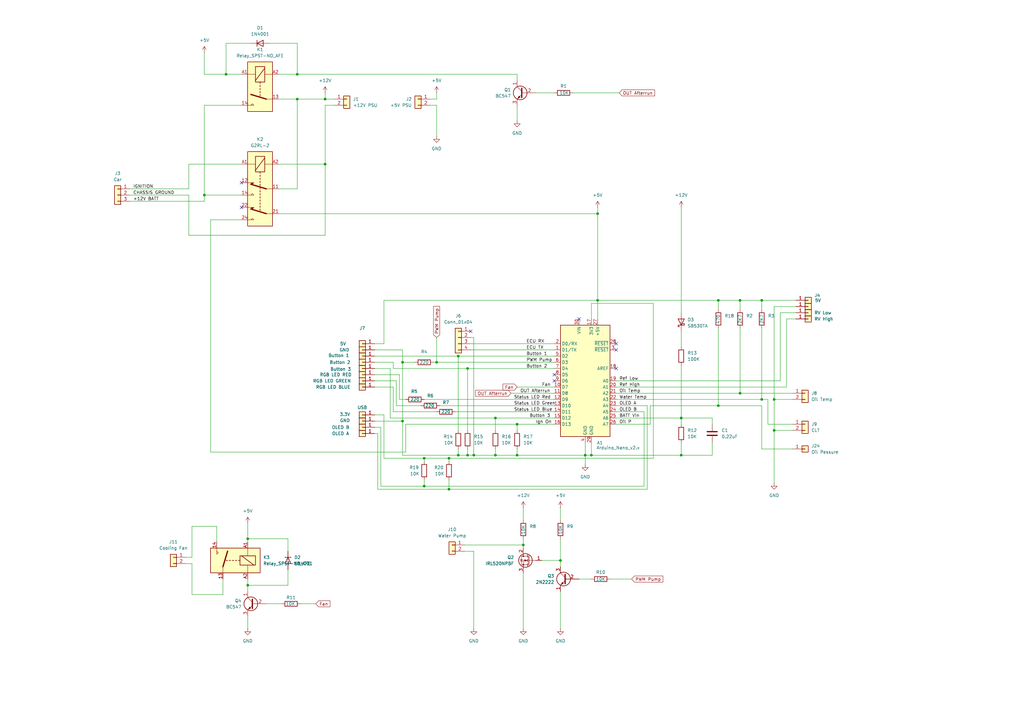
<source format=kicad_sch>
(kicad_sch (version 20250114) (generator "eeschema") (generator_version "9.0")
  (paper "A3")
  (lib_symbols
    (symbol "Connector_Generic:Conn_01x01" (pin_names (offset 1.016) (hide yes))
      (property "Reference" "J" (at 0 2.54 0))
      (property "Value" "Conn_01x01" (at 0 -2.54 0))
      (symbol "Conn_01x01_1_1"
        (pin passive line (at -5.08 0 0) (length 3.81) (name "Pin_1") (number "1"))
      )
    )
    (symbol "Connector_Generic:Conn_01x02" (pin_names (offset 1.016) (hide yes))
      (property "Reference" "J" (at 0 2.54 0))
      (property "Value" "Conn_01x02" (at 0 -5.08 0))
      (symbol "Conn_01x02_1_1"
        (pin passive line (at -5.08 0 0) (length 3.81) (name "Pin_1") (number "1"))
        (pin passive line (at -5.08 -2.54 0) (length 3.81) (name "Pin_2") (number "2"))
      )
    )
    (symbol "Connector_Generic:Conn_01x03" (pin_names (offset 1.016) (hide yes))
      (property "Reference" "J" (at 0 5.08 0))
      (property "Value" "Conn_01x03" (at 0 -5.08 0))
      (symbol "Conn_01x03_1_1"
        (pin passive line (at -5.08 2.54 0) (length 3.81) (name "Pin_1") (number "1"))
        (pin passive line (at -5.08 0 0) (length 3.81) (name "Pin_2") (number "2"))
        (pin passive line (at -5.08 -2.54 0) (length 3.81) (name "Pin_3") (number "3"))
      )
    )
    (symbol "Connector_Generic:Conn_01x04" (pin_names (offset 1.016) (hide yes))
      (property "Reference" "J" (at 0 5.08 0))
      (property "Value" "Conn_01x04" (at 0 -7.62 0))
      (symbol "Conn_01x04_1_1"
        (pin passive line (at -5.08 2.54 0) (length 3.81) (name "Pin_1") (number "1"))
        (pin passive line (at -5.08 0 0) (length 3.81) (name "Pin_2") (number "2"))
        (pin passive line (at -5.08 -2.54 0) (length 3.81) (name "Pin_3") (number "3"))
        (pin passive line (at -5.08 -5.08 0) (length 3.81) (name "Pin_4") (number "4"))
      )
    )
    (symbol "Device:C" (pin_numbers (hide yes)) (pin_names (offset 0.254))
      (property "Reference" "C" (at 0.635 2.54 0))
      (property "Value" "C" (at 0.635 -2.54 0))
      (symbol "C_1_1"
        (pin passive line (at 0 3.81 270) (length 2.794) (name "~") (number "1"))
        (pin passive line (at 0 -3.81 90) (length 2.794) (name "~") (number "2"))
      )
    )
    (symbol "Device:R" (pin_numbers (hide yes)) (pin_names (offset 0))
      (property "Reference" "R" (at 2.032 0 90))
      (property "Value" "R" (at 0 0 90))
      (symbol "R_1_1"
        (pin passive line (at 0 3.81 270) (length 1.27) (name "~") (number "1"))
        (pin passive line (at 0 -3.81 90) (length 1.27) (name "~") (number "2"))
      )
    )
    (symbol "Diode:1N4001" (pin_numbers (hide yes)) (pin_names (hide yes))
      (property "Reference" "D" (at 0 2.54 0))
      (property "Value" "1N4001" (at 0 -2.54 0))
      (symbol "1N4001_1_1"
        (pin passive line (at -3.81 0 0) (length 2.54) (name "K") (number "1"))
        (pin passive line (at 3.81 0 180) (length 2.54) (name "A") (number "2"))
      )
    )
    (symbol "Diode:SB5H90" (pin_numbers (hide yes)) (pin_names (offset 1.016) (hide yes))
      (property "Reference" "D" (at 0 2.54 0))
      (property "Value" "SB5H90" (at 0 -2.54 0))
      (symbol "SB5H90_1_1"
        (pin passive line (at -3.81 0 0) (length 2.54) (name "K") (number "1"))
        (pin passive line (at 3.81 0 180) (length 2.54) (name "A") (number "2"))
      )
    )
    (symbol "MCU_Module:Arduino_Nano_v2.x"
      (property "Reference" "A" (at -10.16 23.495 0))
      (property "Value" "Arduino_Nano_v2.x" (at 5.08 -24.13 0))
      (symbol "Arduino_Nano_v2.x_1_1"
        (pin bidirectional line (at -12.7 15.24 0) (length 2.54) (name "D0/RX") (number "2"))
        (pin bidirectional line (at -12.7 12.7 0) (length 2.54) (name "D1/TX") (number "1"))
        (pin bidirectional line (at -12.7 10.16 0) (length 2.54) (name "D2") (number "5"))
        (pin bidirectional line (at -12.7 7.62 0) (length 2.54) (name "D3") (number "6"))
        (pin bidirectional line (at -12.7 5.08 0) (length 2.54) (name "D4") (number "7"))
        (pin bidirectional line (at -12.7 2.54 0) (length 2.54) (name "D5") (number "8"))
        (pin bidirectional line (at -12.7 0 0) (length 2.54) (name "D6") (number "9"))
        (pin bidirectional line (at -12.7 -2.54 0) (length 2.54) (name "D7") (number "10"))
        (pin bidirectional line (at -12.7 -5.08 0) (length 2.54) (name "D8") (number "11"))
        (pin bidirectional line (at -12.7 -7.62 0) (length 2.54) (name "D9") (number "12"))
        (pin bidirectional line (at -12.7 -10.16 0) (length 2.54) (name "D10") (number "13"))
        (pin bidirectional line (at -12.7 -12.7 0) (length 2.54) (name "D11") (number "14"))
        (pin bidirectional line (at -12.7 -15.24 0) (length 2.54) (name "D12") (number "15"))
        (pin bidirectional line (at -12.7 -17.78 0) (length 2.54) (name "D13") (number "16"))
        (pin power_in line (at -2.54 25.4 270) (length 2.54) (name "VIN") (number "30"))
        (pin power_in line (at 0 -25.4 90) (length 2.54) (name "GND") (number "4"))
        (pin power_out line (at 2.54 25.4 270) (length 2.54) (name "3V3") (number "17"))
        (pin power_in line (at 2.54 -25.4 90) (length 2.54) (name "GND") (number "29"))
        (pin power_out line (at 5.08 25.4 270) (length 2.54) (name "+5V") (number "27"))
        (pin input line (at 12.7 15.24 180) (length 2.54) (name "~{RESET}") (number "28"))
        (pin input line (at 12.7 12.7 180) (length 2.54) (name "~{RESET}") (number "3"))
        (pin input line (at 12.7 5.08 180) (length 2.54) (name "AREF") (number "18"))
        (pin bidirectional line (at 12.7 0 180) (length 2.54) (name "A0") (number "19"))
        (pin bidirectional line (at 12.7 -2.54 180) (length 2.54) (name "A1") (number "20"))
        (pin bidirectional line (at 12.7 -5.08 180) (length 2.54) (name "A2") (number "21"))
        (pin bidirectional line (at 12.7 -7.62 180) (length 2.54) (name "A3") (number "22"))
        (pin bidirectional line (at 12.7 -10.16 180) (length 2.54) (name "A4") (number "23"))
        (pin bidirectional line (at 12.7 -12.7 180) (length 2.54) (name "A5") (number "24"))
        (pin bidirectional line (at 12.7 -15.24 180) (length 2.54) (name "A6") (number "25"))
        (pin bidirectional line (at 12.7 -17.78 180) (length 2.54) (name "A7") (number "26"))
      )
    )
    (symbol "Relay:G2RL-2"
      (property "Reference" "K" (at 16.51 3.81 0))
      (property "Value" "G2RL-2" (at 16.51 1.27 0))
      (symbol "G2RL-2_1_1"
        (pin passive line (at -10.16 7.62 270) (length 2.54) (name "~") (number "A1"))
        (pin passive line (at -10.16 -7.62 90) (length 2.54) (name "~") (number "A2"))
        (pin passive line (at -2.54 7.62 270) (length 2.54) (name "~") (number "12"))
        (pin passive line (at 0 -7.62 90) (length 2.54) (name "~") (number "11"))
        (pin passive line (at 2.54 7.62 270) (length 2.54) (name "~") (number "14"))
        (pin passive line (at 7.62 7.62 270) (length 2.54) (name "~") (number "22"))
        (pin passive line (at 10.16 -7.62 90) (length 2.54) (name "~") (number "21"))
        (pin passive line (at 12.7 7.62 270) (length 2.54) (name "~") (number "24"))
      )
    )
    (symbol "THT_Relay_Custom:Relay_SPST-NO_AFE"
      (property "Reference" "K" (at 11.43 3.81 0))
      (property "Value" "Relay_SPST-NO_AFE" (at 11.43 1.27 0))
      (symbol "Relay_SPST-NO_AFE_1_1"
        (pin passive line (at -5.08 7.62 270) (length 2.54) (name "~") (number "A1"))
        (pin passive line (at -5.08 -7.62 90) (length 2.54) (name "~") (number "A2"))
        (pin passive line (at 5.08 -7.62 90) (length 2.54) (name "~") (number "13"))
        (pin passive line (at 7.62 7.62 270) (length 2.54) (name "~") (number "14"))
      )
    )
    (symbol "Transistor_BJT:2N2219" (pin_names (offset 0) (hide yes))
      (property "Reference" "Q" (at 5.08 1.905 0))
      (property "Value" "2N2219" (at 5.08 0 0))
      (symbol "2N2219_1_1"
        (pin passive line (at -5.08 0 0) (length 5.715) (name "B") (number "2"))
        (pin passive line (at 2.54 5.08 270) (length 2.54) (name "C") (number "3"))
        (pin passive line (at 2.54 -5.08 90) (length 2.54) (name "E") (number "1"))
      )
    )
    (symbol "Transistor_BJT:BC547" (pin_names (offset 0) (hide yes))
      (property "Reference" "Q" (at 5.08 1.905 0))
      (property "Value" "BC547" (at 5.08 0 0))
      (symbol "BC547_1_1"
        (pin input line (at -5.08 0 0) (length 5.08) (name "B") (number "2"))
        (pin passive line (at 2.54 5.08 270) (length 2.54) (name "C") (number "1"))
        (pin passive line (at 2.54 -5.08 90) (length 2.54) (name "E") (number "3"))
      )
    )
    (symbol "Transistor_FET:IRLB8721PBF" (pin_names (hide yes))
      (property "Reference" "Q" (at 5.08 1.905 0))
      (property "Value" "IRLB8721PBF" (at 5.08 0 0))
      (symbol "IRLB8721PBF_1_1"
        (pin input line (at -5.08 0 0) (length 2.54) (name "G") (number "1"))
        (pin passive line (at 2.54 5.08 270) (length 2.54) (name "D") (number "2"))
        (pin passive line (at 2.54 -5.08 90) (length 2.54) (name "S") (number "3"))
      )
    )
    (symbol "power:+12V" (power) (pin_numbers (hide yes)) (pin_names (offset 0) (hide yes))
      (property "Value" "+12V" (at 0 3.556 0))
      (symbol "+12V_1_1"
        (pin power_in line (at 0 0 90) (length 0) (name "~") (number "1"))
      )
    )
    (symbol "power:+5V" (power) (pin_numbers (hide yes)) (pin_names (offset 0) (hide yes))
      (property "Value" "+5V" (at 0 3.556 0))
      (symbol "+5V_1_1"
        (pin power_in line (at 0 0 90) (length 0) (name "~") (number "1"))
      )
    )
    (symbol "power:GND" (power) (pin_numbers (hide yes)) (pin_names (offset 0) (hide yes))
      (property "Value" "GND" (at 0 -3.81 0))
      (symbol "GND_1_1"
        (pin power_in line (at 0 0 270) (length 0) (name "~") (number "1"))
      )
    )
  )
  (junction (at 294.64 123.19))
  (junction (at 101.6 220.98))
  (junction (at 165.1 148.59))
  (junction (at 242.57 186.69))
  (junction (at 212.09 186.69))
  (junction (at 203.2 186.69))
  (junction (at 214.63 223.52))
  (junction (at 121.92 30.48))
  (junction (at 191.77 151.13))
  (junction (at 133.35 67.31))
  (junction (at 184.15 187.96))
  (junction (at 294.64 166.37))
  (junction (at 173.99 187.96))
  (junction (at 245.11 87.63))
  (junction (at 229.87 229.87))
  (junction (at 194.31 186.69))
  (junction (at 191.77 186.69))
  (junction (at 245.11 123.19))
  (junction (at 121.92 40.64))
  (junction (at 187.96 146.05))
  (junction (at 187.96 186.69))
  (junction (at 279.4 186.69))
  (junction (at 312.42 163.83))
  (junction (at 173.99 199.39))
  (junction (at 165.1 172.72))
  (junction (at 179.07 148.59))
  (junction (at 203.2 171.45))
  (junction (at 317.5 176.53))
  (junction (at 303.53 123.19))
  (junction (at 317.5 163.83))
  (junction (at 303.53 161.29))
  (junction (at 240.03 186.69))
  (junction (at 133.35 40.64))
  (junction (at 212.09 173.99))
  (junction (at 92.71 30.48))
  (junction (at 312.42 123.19))
  (junction (at 101.6 240.03))
  (junction (at 83.82 80.01))
  (junction (at 279.4 171.45))
  (junction (at 184.15 200.66))
  (no_connect (at 252.73 140.97))
  (no_connect (at 252.73 151.13))
  (no_connect (at 99.06 74.93))
  (no_connect (at 252.73 143.51))
  (no_connect (at 237.49 130.81))
  (no_connect (at 99.06 85.09))
  (no_connect (at 227.33 153.67))
  (no_connect (at 193.04 135.89))
  (no_connect (at 227.33 156.21))
  (wire (pts (xy 227.33 168.91) (xy 186.69 168.91)))
  (wire (pts (xy 250.19 237.49) (xy 259.08 237.49)))
  (wire (pts (xy 326.39 123.19) (xy 312.42 123.19)))
  (wire (pts (xy 267.97 187.96) (xy 267.97 124.46)))
  (wire (pts (xy 322.58 158.75) (xy 322.58 130.81)))
  (wire (pts (xy 137.16 43.18) (xy 133.35 43.18)))
  (wire (pts (xy 153.67 170.18) (xy 157.48 170.18)))
  (wire (pts (xy 160.02 171.45) (xy 160.02 151.13)))
  (wire (pts (xy 133.35 38.1) (xy 133.35 40.64)))
  (wire (pts (xy 83.82 30.48) (xy 92.71 30.48)))
  (wire (pts (xy 92.71 30.48) (xy 99.06 30.48)))
  (wire (pts (xy 303.53 123.19) (xy 303.53 127)))
  (wire (pts (xy 53.34 77.47) (xy 77.47 77.47)))
  (wire (pts (xy 153.67 177.8) (xy 154.94 177.8)))
  (wire (pts (xy 184.15 196.85) (xy 184.15 200.66)))
  (wire (pts (xy 161.29 151.13) (xy 191.77 151.13)))
  (wire (pts (xy 114.3 77.47) (xy 121.92 77.47)))
  (wire (pts (xy 294.64 123.19) (xy 245.11 123.19)))
  (wire (pts (xy 227.33 163.83) (xy 173.99 163.83)))
  (wire (pts (xy 252.73 161.29) (xy 303.53 161.29)))
  (wire (pts (xy 212.09 30.48) (xy 121.92 30.48)))
  (wire (pts (xy 118.11 226.06) (xy 118.11 220.98)))
  (wire (pts (xy 78.74 228.6) (xy 78.74 215.9)))
  (wire (pts (xy 240.03 186.69) (xy 242.57 186.69)))
  (wire (pts (xy 212.09 173.99) (xy 227.33 173.99)))
  (wire (pts (xy 191.77 184.15) (xy 191.77 186.69)))
  (wire (pts (xy 83.82 80.01) (xy 83.82 82.55)))
  (wire (pts (xy 101.6 214.63) (xy 101.6 220.98)))
  (wire (pts (xy 252.73 173.99) (xy 266.7 173.99)))
  (wire (pts (xy 252.73 171.45) (xy 279.4 171.45)))
  (wire (pts (xy 212.09 43.18) (xy 212.09 49.53)))
  (wire (pts (xy 187.96 186.69) (xy 191.77 186.69)))
  (wire (pts (xy 179.07 148.59) (xy 177.8 148.59)))
  (wire (pts (xy 245.11 85.09) (xy 245.11 87.63)))
  (wire (pts (xy 214.63 223.52) (xy 214.63 224.79)))
  (wire (pts (xy 294.64 123.19) (xy 294.64 127)))
  (wire (pts (xy 76.2 228.6) (xy 78.74 228.6)))
  (wire (pts (xy 153.67 153.67) (xy 163.83 153.67)))
  (wire (pts (xy 88.9 215.9) (xy 88.9 222.25)))
  (wire (pts (xy 279.4 186.69) (xy 242.57 186.69)))
  (wire (pts (xy 91.44 243.84) (xy 91.44 237.49)))
  (wire (pts (xy 173.99 187.96) (xy 173.99 189.23)))
  (wire (pts (xy 133.35 67.31) (xy 133.35 96.52)))
  (wire (pts (xy 279.4 149.86) (xy 279.4 171.45)))
  (wire (pts (xy 76.2 231.14) (xy 78.74 231.14)))
  (wire (pts (xy 83.82 43.18) (xy 99.06 43.18)))
  (wire (pts (xy 161.29 168.91) (xy 161.29 158.75)))
  (wire (pts (xy 320.04 128.27) (xy 326.39 128.27)))
  (wire (pts (xy 279.4 181.61) (xy 279.4 186.69)))
  (wire (pts (xy 121.92 30.48) (xy 114.3 30.48)))
  (wire (pts (xy 163.83 163.83) (xy 163.83 153.67)))
  (wire (pts (xy 317.5 125.73) (xy 317.5 163.83)))
  (wire (pts (xy 266.7 173.99) (xy 266.7 166.37)))
  (wire (pts (xy 153.67 140.97) (xy 157.48 140.97)))
  (wire (pts (xy 121.92 17.78) (xy 121.92 30.48)))
  (wire (pts (xy 312.42 123.19) (xy 303.53 123.19)))
  (wire (pts (xy 157.48 170.18) (xy 157.48 187.96)))
  (wire (pts (xy 279.4 135.89) (xy 279.4 142.24)))
  (wire (pts (xy 194.31 138.43) (xy 194.31 186.69)))
  (wire (pts (xy 187.96 184.15) (xy 187.96 186.69)))
  (wire (pts (xy 162.56 166.37) (xy 172.72 166.37)))
  (wire (pts (xy 77.47 80.01) (xy 77.47 96.52)))
  (wire (pts (xy 179.07 43.18) (xy 179.07 55.88)))
  (wire (pts (xy 118.11 240.03) (xy 101.6 240.03)))
  (wire (pts (xy 173.99 199.39) (xy 156.21 199.39)))
  (wire (pts (xy 86.36 90.17) (xy 99.06 90.17)))
  (wire (pts (xy 176.53 43.18) (xy 179.07 43.18)))
  (wire (pts (xy 166.37 185.42) (xy 86.36 185.42)))
  (wire (pts (xy 194.31 186.69) (xy 203.2 186.69)))
  (wire (pts (xy 83.82 80.01) (xy 83.82 43.18)))
  (wire (pts (xy 240.03 186.69) (xy 240.03 190.5)))
  (wire (pts (xy 190.5 226.06) (xy 194.31 226.06)))
  (wire (pts (xy 312.42 163.83) (xy 314.96 163.83)))
  (wire (pts (xy 229.87 220.98) (xy 229.87 229.87)))
  (wire (pts (xy 179.07 148.59) (xy 227.33 148.59)))
  (wire (pts (xy 157.48 123.19) (xy 245.11 123.19)))
  (wire (pts (xy 212.09 173.99) (xy 166.37 173.99)))
  (wire (pts (xy 163.83 163.83) (xy 166.37 163.83)))
  (wire (pts (xy 279.4 85.09) (xy 279.4 128.27)))
  (wire (pts (xy 317.5 176.53) (xy 325.12 176.53)))
  (wire (pts (xy 133.35 96.52) (xy 77.47 96.52)))
  (wire (pts (xy 194.31 226.06) (xy 194.31 257.81)))
  (wire (pts (xy 234.95 38.1) (xy 254 38.1)))
  (wire (pts (xy 118.11 220.98) (xy 101.6 220.98)))
  (wire (pts (xy 214.63 234.95) (xy 214.63 257.81)))
  (wire (pts (xy 165.1 143.51) (xy 165.1 148.59)))
  (wire (pts (xy 109.22 247.65) (xy 115.57 247.65)))
  (wire (pts (xy 153.67 151.13) (xy 160.02 151.13)))
  (wire (pts (xy 179.07 138.43) (xy 179.07 148.59)))
  (wire (pts (xy 265.43 166.37) (xy 265.43 200.66)))
  (wire (pts (xy 77.47 67.31) (xy 99.06 67.31)))
  (wire (pts (xy 176.53 40.64) (xy 179.07 40.64)))
  (wire (pts (xy 279.4 171.45) (xy 292.1 171.45)))
  (wire (pts (xy 173.99 199.39) (xy 173.99 196.85)))
  (wire (pts (xy 229.87 229.87) (xy 229.87 232.41)))
  (wire (pts (xy 161.29 151.13) (xy 161.29 148.59)))
  (wire (pts (xy 101.6 220.98) (xy 101.6 222.25)))
  (wire (pts (xy 121.92 77.47) (xy 121.92 40.64)))
  (wire (pts (xy 153.67 148.59) (xy 161.29 148.59)))
  (wire (pts (xy 162.56 166.37) (xy 162.56 156.21)))
  (wire (pts (xy 229.87 208.28) (xy 229.87 213.36)))
  (wire (pts (xy 252.73 158.75) (xy 322.58 158.75)))
  (wire (pts (xy 187.96 146.05) (xy 227.33 146.05)))
  (wire (pts (xy 203.2 171.45) (xy 203.2 176.53)))
  (wire (pts (xy 266.7 166.37) (xy 294.64 166.37)))
  (wire (pts (xy 212.09 184.15) (xy 212.09 186.69)))
  (wire (pts (xy 187.96 146.05) (xy 187.96 176.53)))
  (wire (pts (xy 312.42 123.19) (xy 312.42 127)))
  (wire (pts (xy 212.09 33.02) (xy 212.09 30.48)))
  (wire (pts (xy 101.6 237.49) (xy 101.6 240.03)))
  (wire (pts (xy 214.63 220.98) (xy 214.63 223.52)))
  (wire (pts (xy 212.09 173.99) (xy 212.09 176.53)))
  (wire (pts (xy 110.49 17.78) (xy 121.92 17.78)))
  (wire (pts (xy 292.1 186.69) (xy 279.4 186.69)))
  (wire (pts (xy 101.6 252.73) (xy 101.6 257.81)))
  (wire (pts (xy 114.3 67.31) (xy 133.35 67.31)))
  (wire (pts (xy 314.96 173.99) (xy 325.12 173.99)))
  (wire (pts (xy 165.1 186.69) (xy 187.96 186.69)))
  (wire (pts (xy 78.74 231.14) (xy 78.74 243.84)))
  (wire (pts (xy 294.64 166.37) (xy 312.42 166.37)))
  (wire (pts (xy 156.21 199.39) (xy 156.21 175.26)))
  (wire (pts (xy 191.77 151.13) (xy 227.33 151.13)))
  (wire (pts (xy 227.33 166.37) (xy 180.34 166.37)))
  (wire (pts (xy 156.21 175.26) (xy 153.67 175.26)))
  (wire (pts (xy 153.67 158.75) (xy 161.29 158.75)))
  (wire (pts (xy 312.42 184.15) (xy 325.12 184.15)))
  (wire (pts (xy 294.64 166.37) (xy 294.64 134.62)))
  (wire (pts (xy 179.07 38.1) (xy 179.07 40.64)))
  (wire (pts (xy 212.09 186.69) (xy 240.03 186.69)))
  (wire (pts (xy 303.53 161.29) (xy 325.12 161.29)))
  (wire (pts (xy 184.15 187.96) (xy 184.15 189.23)))
  (wire (pts (xy 86.36 90.17) (xy 86.36 185.42)))
  (wire (pts (xy 153.67 143.51) (xy 165.1 143.51)))
  (wire (pts (xy 173.99 187.96) (xy 184.15 187.96)))
  (wire (pts (xy 214.63 208.28) (xy 214.63 213.36)))
  (wire (pts (xy 203.2 184.15) (xy 203.2 186.69)))
  (wire (pts (xy 78.74 215.9) (xy 88.9 215.9)))
  (wire (pts (xy 317.5 163.83) (xy 317.5 176.53)))
  (wire (pts (xy 83.82 80.01) (xy 99.06 80.01)))
  (wire (pts (xy 53.34 82.55) (xy 83.82 82.55)))
  (wire (pts (xy 160.02 171.45) (xy 203.2 171.45)))
  (wire (pts (xy 203.2 171.45) (xy 227.33 171.45)))
  (wire (pts (xy 102.87 17.78) (xy 92.71 17.78)))
  (wire (pts (xy 303.53 123.19) (xy 294.64 123.19)))
  (wire (pts (xy 157.48 187.96) (xy 173.99 187.96)))
  (wire (pts (xy 317.5 176.53) (xy 317.5 198.12)))
  (wire (pts (xy 252.73 168.91) (xy 264.16 168.91)))
  (wire (pts (xy 252.73 163.83) (xy 312.42 163.83)))
  (wire (pts (xy 121.92 40.64) (xy 133.35 40.64)))
  (wire (pts (xy 279.4 171.45) (xy 279.4 173.99)))
  (wire (pts (xy 317.5 163.83) (xy 325.12 163.83)))
  (wire (pts (xy 237.49 237.49) (xy 242.57 237.49)))
  (wire (pts (xy 242.57 181.61) (xy 242.57 186.69)))
  (wire (pts (xy 184.15 187.96) (xy 267.97 187.96)))
  (wire (pts (xy 53.34 80.01) (xy 77.47 80.01)))
  (wire (pts (xy 229.87 242.57) (xy 229.87 257.81)))
  (wire (pts (xy 114.3 87.63) (xy 245.11 87.63)))
  (wire (pts (xy 292.1 171.45) (xy 292.1 173.99)))
  (wire (pts (xy 133.35 40.64) (xy 137.16 40.64)))
  (wire (pts (xy 314.96 163.83) (xy 314.96 173.99)))
  (wire (pts (xy 193.04 140.97) (xy 227.33 140.97)))
  (wire (pts (xy 77.47 67.31) (xy 77.47 77.47)))
  (wire (pts (xy 83.82 21.59) (xy 83.82 30.48)))
  (wire (pts (xy 264.16 199.39) (xy 173.99 199.39)))
  (wire (pts (xy 153.67 146.05) (xy 187.96 146.05)))
  (wire (pts (xy 267.97 124.46) (xy 242.57 124.46)))
  (wire (pts (xy 154.94 200.66) (xy 154.94 177.8)))
  (wire (pts (xy 242.57 124.46) (xy 242.57 130.81)))
  (wire (pts (xy 252.73 156.21) (xy 320.04 156.21)))
  (wire (pts (xy 203.2 186.69) (xy 212.09 186.69)))
  (wire (pts (xy 252.73 166.37) (xy 265.43 166.37)))
  (wire (pts (xy 193.04 138.43) (xy 194.31 138.43)))
  (wire (pts (xy 157.48 140.97) (xy 157.48 123.19)))
  (wire (pts (xy 101.6 240.03) (xy 101.6 242.57)))
  (wire (pts (xy 153.67 172.72) (xy 165.1 172.72)))
  (wire (pts (xy 133.35 43.18) (xy 133.35 67.31)))
  (wire (pts (xy 78.74 243.84) (xy 91.44 243.84)))
  (wire (pts (xy 245.11 87.63) (xy 245.11 123.19)))
  (wire (pts (xy 123.19 247.65) (xy 129.54 247.65)))
  (wire (pts (xy 193.04 143.51) (xy 227.33 143.51)))
  (wire (pts (xy 166.37 173.99) (xy 166.37 185.42)))
  (wire (pts (xy 320.04 156.21) (xy 320.04 128.27)))
  (wire (pts (xy 121.92 40.64) (xy 114.3 40.64)))
  (wire (pts (xy 153.67 156.21) (xy 162.56 156.21)))
  (wire (pts (xy 245.11 123.19) (xy 245.11 130.81)))
  (wire (pts (xy 191.77 186.69) (xy 194.31 186.69)))
  (wire (pts (xy 227.33 161.29) (xy 209.55 161.29)))
  (wire (pts (xy 118.11 233.68) (xy 118.11 240.03)))
  (wire (pts (xy 191.77 151.13) (xy 191.77 176.53)))
  (wire (pts (xy 165.1 148.59) (xy 165.1 172.72)))
  (wire (pts (xy 165.1 148.59) (xy 170.18 148.59)))
  (wire (pts (xy 190.5 223.52) (xy 214.63 223.52)))
  (wire (pts (xy 92.71 17.78) (xy 92.71 30.48)))
  (wire (pts (xy 165.1 172.72) (xy 165.1 186.69)))
  (wire (pts (xy 161.29 168.91) (xy 179.07 168.91)))
  (wire (pts (xy 219.71 38.1) (xy 227.33 38.1)))
  (wire (pts (xy 312.42 134.62) (xy 312.42 163.83)))
  (wire (pts (xy 322.58 130.81) (xy 326.39 130.81)))
  (wire (pts (xy 292.1 181.61) (xy 292.1 186.69)))
  (wire (pts (xy 265.43 200.66) (xy 184.15 200.66)))
  (wire (pts (xy 240.03 181.61) (xy 240.03 186.69)))
  (wire (pts (xy 264.16 168.91) (xy 264.16 199.39)))
  (wire (pts (xy 212.09 158.75) (xy 227.33 158.75)))
  (wire (pts (xy 317.5 125.73) (xy 326.39 125.73)))
  (wire (pts (xy 303.53 134.62) (xy 303.53 161.29)))
  (wire (pts (xy 222.25 229.87) (xy 229.87 229.87)))
  (wire (pts (xy 312.42 166.37) (xy 312.42 184.15)))
  (wire (pts (xy 184.15 200.66) (xy 154.94 200.66)))
  (label "Ign On" (at 219.71 173.99 0))
  (label "CHASSIS GROUND" (at 54.61 80.01 0))
  (label "Status LED Blue" (at 210.82 168.91 0))
  (label "Ref Low" (at 254 156.21 0))
  (label "Button 1" (at 215.9 146.05 0))
  (label "Oil P" (at 254 173.99 0))
  (label "OLED B" (at 254 168.91 0))
  (label "Status LED Green" (at 210.82 166.37 0))
  (label "Oil Temp" (at 254 161.29 0))
  (label "Button 2" (at 215.9 151.13 0))
  (label "ECU TX" (at 215.9 143.51 0))
  (label "Button 3" (at 217.17 171.45 0))
  (label "Ref High" (at 254 158.75 0))
  (label "PWM Pump" (at 215.9 148.59 0))
  (label "BATT Vin" (at 254 171.45 0))
  (label "ECU RX" (at 215.9 140.97 0))
  (label "Fan" (at 222.25 158.75 0))
  (label "Status LED Red" (at 210.82 163.83 0))
  (label "OUT Afterrun" (at 213.36 161.29 0))
  (label "IGNITION" (at 54.61 77.47 0))
  (label "OLED A" (at 254 166.37 0))
  (label "Water Temp" (at 254 163.83 0))
  (label "+12V BATT" (at 54.61 82.55 0))
  (global_label "Fan" (shape input) (at 212.09 158.75 180) (property "Intersheetrefs" "${INTERSHEET_REFS}" (effects (hide yes))))
  (global_label "Fan" (shape input) (at 129.54 247.65 0) (property "Intersheetrefs" "${INTERSHEET_REFS}" (effects (hide yes))))
  (global_label "PWM Pump" (shape input) (at 179.07 138.43 90) (property "Intersheetrefs" "${INTERSHEET_REFS}" (effects (hide yes))))
  (global_label "OUT Afterrun" (shape input) (at 209.55 161.29 180) (property "Intersheetrefs" "${INTERSHEET_REFS}" (effects (hide yes))))
  (global_label "PWM Pump" (shape input) (at 259.08 237.49 0) (property "Intersheetrefs" "${INTERSHEET_REFS}" (effects (hide yes))))
  (global_label "OUT Afterrun" (shape input) (at 254 38.1 0) (property "Intersheetrefs" "${INTERSHEET_REFS}" (effects (hide yes))))
  (symbol (lib_id "Connector_Generic:Conn_01x01") (at 148.59 148.59 180) (unit 1)
    (property "Reference" "J16" (effects (hide yes)))
    (property "Value" "Button 2" (at 139.446 148.59 0))
    (property "Footprint" "TestPoint:TestPoint_Loop_D2.60mm_Drill1.4mm_Beaded" (effects (hide yes)))
    (property "Description" "Generic connector, single row, 01x01, script generated (kicad-library-utils/schlib/autogen/connector/)" (effects (hide yes)))
  )
  (symbol (lib_id "Transistor_BJT:BC547") (at 104.14 247.65 0) (mirror y) (unit 1)
    (property "Reference" "Q4" (at 99.06 246.3799 0) (effects (justify left)))
    (property "Value" "BC547" (at 99.06 248.9199 0) (effects (justify left)))
    (property "Footprint" "Package_TO_SOT_THT:TO-92_Inline" (effects (hide yes)))
    (property "Datasheet" "https://www.onsemi.com/pub/Collateral/BC550-D.pdf" (effects (hide yes)))
    (property "Description" "0.1A Ic, 45V Vce, Small Signal NPN Transistor, TO-92" (effects (hide yes)))
  )
  (symbol (lib_id "Device:R") (at 170.18 163.83 90) (unit 1)
    (property "Reference" "R5" (at 169.926 160.528 90))
    (property "Value" "220" (at 170.18 163.83 90))
    (property "Footprint" "Resistor_THT:R_Axial_DIN0204_L3.6mm_D1.6mm_P5.08mm_Horizontal" (effects (hide yes)))
    (property "Description" "Resistor" (effects (hide yes)))
  )
  (symbol (lib_id "Connector_Generic:Conn_01x01") (at 148.59 140.97 180) (unit 1)
    (property "Reference" "J7" (at 148.59 134.62 0))
    (property "Value" "5V" (at 140.716 140.97 0))
    (property "Footprint" "TestPoint:TestPoint_Loop_D2.60mm_Drill1.4mm_Beaded" (effects (hide yes)))
    (property "Description" "Generic connector, single row, 01x01, script generated (kicad-library-utils/schlib/autogen/connector/)" (effects (hide yes)))
  )
  (symbol (lib_id "Connector_Generic:Conn_01x01") (at 148.59 143.51 180) (unit 1)
    (property "Reference" "J14" (effects (hide yes)))
    (property "Value" "GND" (at 141.224 143.51 0))
    (property "Footprint" "TestPoint:TestPoint_Loop_D2.60mm_Drill1.4mm_Beaded" (effects (hide yes)))
    (property "Description" "Generic connector, single row, 01x01, script generated (kicad-library-utils/schlib/autogen/connector/)" (effects (hide yes)))
  )
  (symbol (lib_id "Connector_Generic:Conn_01x01") (at 148.59 146.05 180) (unit 1)
    (property "Reference" "J15" (effects (hide yes)))
    (property "Value" "Button 1" (at 138.938 145.796 0))
    (property "Footprint" "TestPoint:TestPoint_Loop_D2.60mm_Drill1.4mm_Beaded" (effects (hide yes)))
    (property "Description" "Generic connector, single row, 01x01, script generated (kicad-library-utils/schlib/autogen/connector/)" (effects (hide yes)))
  )
  (symbol (lib_id "Connector_Generic:Conn_01x01") (at 331.47 128.27 0) (unit 1)
    (property "Reference" "J12" (effects (hide yes)))
    (property "Value" "RV Low" (at 334.01 128.2699 0) (effects (justify left)))
    (property "Footprint" "TestPoint:TestPoint_Loop_D2.60mm_Drill1.4mm_Beaded" (effects (hide yes)))
    (property "Description" "Generic connector, single row, 01x01, script generated (kicad-library-utils/schlib/autogen/connector/)" (effects (hide yes)))
  )
  (symbol (lib_id "power:GND") (at 212.09 49.53 0) (unit 1)
    (property "Reference" "#PWR05" (effects (hide yes)))
    (property "Value" "GND" (at 212.09 54.61 0))
    (property "Description" "Power symbol creates a global label with name \"GND\" , ground" (effects (hide yes)))
  )
  (symbol (lib_id "Connector_Generic:Conn_01x01") (at 331.47 130.81 0) (unit 1)
    (property "Reference" "J13" (effects (hide yes)))
    (property "Value" "RV High" (at 334.01 130.8099 0) (effects (justify left)))
    (property "Footprint" "TestPoint:TestPoint_Loop_D2.60mm_Drill1.4mm_Beaded" (effects (hide yes)))
    (property "Description" "Generic connector, single row, 01x01, script generated (kicad-library-utils/schlib/autogen/connector/)" (effects (hide yes)))
  )
  (symbol (lib_id "Device:R") (at 294.64 130.81 180) (unit 1)
    (property "Reference" "R18" (at 297.18 129.5399 0) (effects (justify right)))
    (property "Value" "470" (at 294.64 132.842 90) (effects (justify right)))
    (property "Footprint" "Resistor_THT:R_Axial_DIN0204_L3.6mm_D1.6mm_P5.08mm_Horizontal" (effects (hide yes)))
    (property "Description" "Resistor" (effects (hide yes)))
  )
  (symbol (lib_id "power:+5V") (at 83.82 21.59 0) (unit 1)
    (property "Reference" "#PWR01" (effects (hide yes)))
    (property "Value" "+5V" (at 83.82 16.51 0))
    (property "Description" "Power symbol creates a global label with name \"+5V\"" (effects (hide yes)))
  )
  (symbol (lib_id "power:+12V") (at 214.63 208.28 0) (unit 1)
    (property "Reference" "#PWR09" (effects (hide yes)))
    (property "Value" "+12V" (at 214.63 203.2 0))
    (property "Description" "Power symbol creates a global label with name \"+12V\"" (effects (hide yes)))
  )
  (symbol (lib_id "Device:R") (at 191.77 180.34 0) (unit 1)
    (property "Reference" "R15" (at 194.31 179.0699 0) (effects (justify left)))
    (property "Value" "10K" (at 194.31 181.6099 0) (effects (justify left)))
    (property "Footprint" "Resistor_THT:R_Axial_DIN0204_L3.6mm_D1.6mm_P5.08mm_Horizontal" (effects (hide yes)))
    (property "Description" "Resistor" (effects (hide yes)))
  )
  (symbol (lib_id "Connector_Generic:Conn_01x01") (at 331.47 125.73 0) (unit 1)
    (property "Reference" "J5" (effects (hide yes)))
    (property "Value" "GND" (effects (hide yes)))
    (property "Footprint" "TestPoint:TestPoint_Loop_D2.60mm_Drill1.4mm_Beaded" (effects (hide yes)))
    (property "Description" "Generic connector, single row, 01x01, script generated (kicad-library-utils/schlib/autogen/connector/)" (effects (hide yes)))
  )
  (symbol (lib_id "Connector_Generic:Conn_01x01") (at 148.59 177.8 180) (unit 1)
    (property "Reference" "J23" (effects (hide yes)))
    (property "Value" "OLED A" (at 139.7 177.8 0))
    (property "Footprint" "TestPoint:TestPoint_Loop_D2.60mm_Drill1.4mm_Beaded" (effects (hide yes)))
    (property "Description" "Generic connector, single row, 01x01, script generated (kicad-library-utils/schlib/autogen/connector/)" (effects (hide yes)))
  )
  (symbol (lib_id "Connector_Generic:Conn_01x01") (at 148.59 170.18 180) (unit 1)
    (property "Reference" "USB" (at 148.59 167.132 0))
    (property "Value" "3.3V" (at 141.478 169.926 0))
    (property "Footprint" "TestPoint:TestPoint_Loop_D2.60mm_Drill1.4mm_Beaded" (effects (hide yes)))
    (property "Description" "Generic connector, single row, 01x01, script generated (kicad-library-utils/schlib/autogen/connector/)" (effects (hide yes)))
  )
  (symbol (lib_id "Diode:SB5H90") (at 279.4 132.08 90) (unit 1)
    (property "Reference" "D3" (at 281.94 131.1274 90) (effects (justify right)))
    (property "Value" "SB530TA" (at 281.94 133.6674 90) (effects (justify right)))
    (property "Footprint" "Diode_THT:D_DO-201AD_P15.24mm_Horizontal" (effects (hide yes)))
    (property "Datasheet" "https://www.vishay.com/docs/88722/sb5h90.pdf" (effects (hide yes)))
    (property "Description" "90V 5A Schottky Barrier Rectifier Diode, DO-201AD" (effects (hide yes)))
  )
  (symbol (lib_id "Connector_Generic:Conn_01x02") (at 71.12 228.6 0) (mirror y) (unit 1)
    (property "Reference" "J11" (at 71.12 222.25 0))
    (property "Value" "Cooling Fan" (at 71.12 224.79 0))
    (property "Footprint" "Connector_JST:JST_NV_B02P-NV_1x02_P5.00mm_Vertical" (effects (hide yes)))
    (property "Description" "Generic connector, single row, 01x02, script generated (kicad-library-utils/schlib/autogen/connector/)" (effects (hide yes)))
  )
  (symbol (lib_id "power:+5V") (at 101.6 214.63 0) (unit 1)
    (property "Reference" "#PWR011" (effects (hide yes)))
    (property "Value" "+5V" (at 101.6 209.55 0))
    (property "Description" "Power symbol creates a global label with name \"+5V\"" (effects (hide yes)))
  )
  (symbol (lib_id "Device:R") (at 176.53 166.37 90) (unit 1)
    (property "Reference" "R6" (at 176.53 162.306 90))
    (property "Value" "220" (at 176.276 166.37 90))
    (property "Footprint" "Resistor_THT:R_Axial_DIN0204_L3.6mm_D1.6mm_P5.08mm_Horizontal" (effects (hide yes)))
    (property "Description" "Resistor" (effects (hide yes)))
  )
  (symbol (lib_id "Device:R") (at 173.99 193.04 0) (unit 1)
    (property "Reference" "R19" (at 167.894 191.77 0) (effects (justify left)))
    (property "Value" "10K" (at 168.148 194.31 0) (effects (justify left)))
    (property "Footprint" "Resistor_THT:R_Axial_DIN0204_L3.6mm_D1.6mm_P5.08mm_Horizontal" (effects (hide yes)))
    (property "Description" "Resistor" (effects (hide yes)))
  )
  (symbol (lib_id "Device:R") (at 182.88 168.91 90) (unit 1)
    (property "Reference" "R7" (at 182.88 165.1 90))
    (property "Value" "220" (at 182.88 168.91 90))
    (property "Footprint" "Resistor_THT:R_Axial_DIN0204_L3.6mm_D1.6mm_P5.08mm_Horizontal" (effects (hide yes)))
    (property "Description" "Resistor" (effects (hide yes)))
  )
  (symbol (lib_id "Relay:G2RL-2") (at 106.68 77.47 90) (mirror x) (unit 1)
    (property "Reference" "K2" (at 106.68 57.15 90))
    (property "Value" "G2RL-2" (at 106.68 59.69 90))
    (property "Footprint" "Relay_THT:Relay_DPDT_Omron_G2RL-2" (effects (hide yes)))
    (property "Datasheet" "https://omronfs.omron.com/en_US/ecb/products/pdf/en-g2rl.pdf" (effects (hide yes)))
    (property "Description" "General Purpose Low Profile Relay DPDT Through Hole, Omron G2RL series, 8A 250VAC" (effects (hide yes)))
  )
  (symbol (lib_id "Device:R") (at 173.99 148.59 90) (unit 1)
    (property "Reference" "R4" (at 173.99 144.272 90))
    (property "Value" "220" (at 173.99 148.59 90))
    (property "Footprint" "Resistor_THT:R_Axial_DIN0204_L3.6mm_D1.6mm_P5.08mm_Horizontal" (effects (hide yes)))
    (property "Description" "Resistor" (effects (hide yes)))
  )
  (symbol (lib_id "Transistor_BJT:BC547") (at 214.63 38.1 0) (mirror y) (unit 1)
    (property "Reference" "Q1" (at 209.55 36.8299 0) (effects (justify left)))
    (property "Value" "BC547" (at 209.55 39.3699 0) (effects (justify left)))
    (property "Footprint" "Package_TO_SOT_THT:TO-92_Inline" (effects (hide yes)))
    (property "Datasheet" "https://www.onsemi.com/pub/Collateral/BC550-D.pdf" (effects (hide yes)))
    (property "Description" "0.1A Ic, 45V Vce, Small Signal NPN Transistor, TO-92" (effects (hide yes)))
  )
  (symbol (lib_id "power:GND") (at 317.5 198.12 0) (unit 1)
    (property "Reference" "#PWR08" (effects (hide yes)))
    (property "Value" "GND" (at 317.5 203.2 0))
    (property "Description" "Power symbol creates a global label with name \"GND\" , ground" (effects (hide yes)))
  )
  (symbol (lib_id "power:GND") (at 194.31 257.81 0) (unit 1)
    (property "Reference" "#PWR013" (effects (hide yes)))
    (property "Value" "GND" (at 194.31 262.89 0))
    (property "Description" "Power symbol creates a global label with name \"GND\" , ground" (effects (hide yes)))
  )
  (symbol (lib_id "Connector_Generic:Conn_01x01") (at 148.59 156.21 180) (unit 1)
    (property "Reference" "J19" (effects (hide yes)))
    (property "Value" "RGB LED GREEN" (at 136.144 156.21 0))
    (property "Footprint" "TestPoint:TestPoint_Loop_D2.60mm_Drill1.4mm_Beaded" (effects (hide yes)))
    (property "Description" "Generic connector, single row, 01x01, script generated (kicad-library-utils/schlib/autogen/connector/)" (effects (hide yes)))
  )
  (symbol (lib_id "Connector_Generic:Conn_01x01") (at 148.59 158.75 180) (unit 1)
    (property "Reference" "J20" (effects (hide yes)))
    (property "Value" "RGB LED BLUE" (at 136.652 158.75 0))
    (property "Footprint" "TestPoint:TestPoint_Loop_D2.60mm_Drill1.4mm_Beaded" (effects (hide yes)))
    (property "Description" "Generic connector, single row, 01x01, script generated (kicad-library-utils/schlib/autogen/connector/)" (effects (hide yes)))
  )
  (symbol (lib_id "Device:C") (at 292.1 177.8 0) (unit 1)
    (property "Reference" "C1" (at 295.91 176.5299 0) (effects (justify left)))
    (property "Value" "0.22uF" (at 295.91 179.0699 0) (effects (justify left)))
    (property "Footprint" "Capacitor_THT:C_Rect_L4.6mm_W4.6mm_P2.50mm_MKS02_FKP02" (effects (hide yes)))
    (property "Description" "Unpolarized capacitor" (effects (hide yes)))
  )
  (symbol (lib_id "Transistor_FET:IRLB8721PBF") (at 217.17 229.87 0) (mirror y) (unit 1)
    (property "Reference" "Q2" (at 210.82 228.5999 0) (effects (justify left)))
    (property "Value" "IRL520NPBF" (at 210.82 231.1399 0) (effects (justify left)))
    (property "Footprint" "Package_TO_SOT_THT:TO-220-3_Vertical" (effects (hide yes)))
    (property "Datasheet" "http://www.infineon.com/dgdl/irlb8721pbf.pdf?fileId=5546d462533600a40153566056732591" (effects (hide yes)))
    (property "Description" "62A Id, 30V Vds, 8.7 mOhm Rds, N-Channel HEXFET Power MOSFET, TO-220" (effects (hide yes)))
  )
  (symbol (lib_id "THT_Relay_Custom:Relay_SPST-NO_AFE") (at 106.68 35.56 90) (mirror x) (unit 1)
    (property "Reference" "K1" (at 106.68 20.32 90))
    (property "Value" "Relay_SPST-NO_AFE" (at 106.68 22.86 90))
    (property "Footprint" "THT_Relay:Relay_SPST_Zettler-AZSR131" (effects (hide yes)))
    (property "Description" "Relay SPST, Normally Open, EN50005" (effects (hide yes)))
  )
  (symbol (lib_id "Diode:1N4001") (at 106.68 17.78 0) (unit 1)
    (property "Reference" "D1" (at 106.68 11.43 0))
    (property "Value" "1N4001" (at 106.68 13.97 0))
    (property "Footprint" "Diode_THT:D_DO-41_SOD81_P10.16mm_Horizontal" (effects (hide yes)))
    (property "Datasheet" "http://www.vishay.com/docs/88503/1n4001.pdf" (effects (hide yes)))
    (property "Description" "50V 1A General Purpose Rectifier Diode, DO-41" (effects (hide yes)))
    (property "Sim.Device" "D" (effects (hide yes)))
    (property "Sim.Pins" "1=K 2=A" (effects (hide yes)))
  )
  (symbol (lib_id "power:+5V") (at 229.87 208.28 0) (unit 1)
    (property "Reference" "#PWR010" (effects (hide yes)))
    (property "Value" "+5V" (at 229.87 203.2 0))
    (property "Description" "Power symbol creates a global label with name \"+5V\"" (effects (hide yes)))
  )
  (symbol (lib_id "Device:R") (at 119.38 247.65 90) (unit 1)
    (property "Reference" "R11" (at 119.38 245.11 90))
    (property "Value" "10K" (at 119.126 247.65 90))
    (property "Footprint" "Resistor_THT:R_Axial_DIN0204_L3.6mm_D1.6mm_P5.08mm_Horizontal" (effects (hide yes)))
    (property "Description" "Resistor" (effects (hide yes)))
  )
  (symbol (lib_id "Connector_Generic:Conn_01x02") (at 171.45 40.64 0) (mirror y) (unit 1)
    (property "Reference" "J2" (at 168.91 40.6399 0) (effects (justify left)))
    (property "Value" "+5V PSU" (at 168.91 43.1799 0) (effects (justify left)))
    (property "Footprint" "Connector_JST:JST_NV_B02P-NV_1x02_P5.00mm_Vertical" (effects (hide yes)))
    (property "Description" "Generic connector, single row, 01x02, script generated (kicad-library-utils/schlib/autogen/connector/)" (effects (hide yes)))
  )
  (symbol (lib_id "Connector_Generic:Conn_01x01") (at 331.47 123.19 0) (unit 1)
    (property "Reference" "J4" (at 334.01 121.158 0) (effects (justify left)))
    (property "Value" "5V" (at 334.264 123.19 0) (effects (justify left)))
    (property "Footprint" "TestPoint:TestPoint_Loop_D2.60mm_Drill1.4mm_Beaded" (effects (hide yes)))
    (property "Description" "Generic connector, single row, 01x01, script generated (kicad-library-utils/schlib/autogen/connector/)" (effects (hide yes)))
  )
  (symbol (lib_id "Connector_Generic:Conn_01x01") (at 330.2 184.15 0) (unit 1)
    (property "Reference" "J24" (at 332.74 182.8799 0) (effects (justify left)))
    (property "Value" "Oil Pessure" (at 332.74 185.4199 0) (effects (justify left)))
    (property "Description" "Generic connector, single row, 01x01, script generated (kicad-library-utils/schlib/autogen/connector/)" (effects (hide yes)))
  )
  (symbol (lib_id "Connector_Generic:Conn_01x02") (at 142.24 40.64 0) (unit 1)
    (property "Reference" "J1" (at 144.78 40.6399 0) (effects (justify left)))
    (property "Value" "+12V PSU" (at 144.78 43.1799 0) (effects (justify left)))
    (property "Footprint" "Connector_JST:JST_NV_B02P-NV_1x02_P5.00mm_Vertical" (effects (hide yes)))
    (property "Description" "Generic connector, single row, 01x02, script generated (kicad-library-utils/schlib/autogen/connector/)" (effects (hide yes)))
  )
  (symbol (lib_id "Transistor_BJT:2N2219") (at 232.41 237.49 0) (mirror y) (unit 1)
    (property "Reference" "Q3" (at 227.33 236.2199 0) (effects (justify left)))
    (property "Value" "2N2222" (at 227.33 238.7599 0) (effects (justify left)))
    (property "Footprint" "Package_TO_SOT_THT:TO-39-3" (effects (hide yes)))
    (property "Datasheet" "http://www.onsemi.com/pub_link/Collateral/2N2219-D.PDF" (effects (hide yes)))
    (property "Description" "800mA Ic, 50V Vce, NPN Transistor, TO-39" (effects (hide yes)))
  )
  (symbol (lib_id "Device:R") (at 184.15 193.04 0) (unit 1)
    (property "Reference" "R20" (at 178.054 191.77 0) (effects (justify left)))
    (property "Value" "10K" (at 178.308 194.31 0) (effects (justify left)))
    (property "Footprint" "Resistor_THT:R_Axial_DIN0204_L3.6mm_D1.6mm_P5.08mm_Horizontal" (effects (hide yes)))
    (property "Description" "Resistor" (effects (hide yes)))
  )
  (symbol (lib_id "Connector_Generic:Conn_01x01") (at 148.59 172.72 180) (unit 1)
    (property "Reference" "J21" (effects (hide yes)))
    (property "Value" "GND" (at 141.478 172.466 0))
    (property "Footprint" "TestPoint:TestPoint_Loop_D2.60mm_Drill1.4mm_Beaded" (effects (hide yes)))
    (property "Description" "Generic connector, single row, 01x01, script generated (kicad-library-utils/schlib/autogen/connector/)" (effects (hide yes)))
  )
  (symbol (lib_id "Connector_Generic:Conn_01x02") (at 185.42 223.52 0) (mirror y) (unit 1)
    (property "Reference" "J10" (at 185.42 217.17 0))
    (property "Value" "Water Pump" (at 185.42 219.71 0))
    (property "Footprint" "Connector_JST:JST_NV_B02P-NV_1x02_P5.00mm_Vertical" (effects (hide yes)))
    (property "Description" "Generic connector, single row, 01x02, script generated (kicad-library-utils/schlib/autogen/connector/)" (effects (hide yes)))
  )
  (symbol (lib_id "Device:R") (at 212.09 180.34 0) (unit 1)
    (property "Reference" "R17" (at 214.63 179.0699 0) (effects (justify left)))
    (property "Value" "10K" (at 214.63 181.6099 0) (effects (justify left)))
    (property "Footprint" "Resistor_THT:R_Axial_DIN0204_L3.6mm_D1.6mm_P5.08mm_Horizontal" (effects (hide yes)))
    (property "Description" "Resistor" (effects (hide yes)))
  )
  (symbol (lib_id "power:+5V") (at 245.11 85.09 0) (unit 1)
    (property "Reference" "#PWR06" (effects (hide yes)))
    (property "Value" "+5V" (at 245.11 80.01 0))
    (property "Description" "Power symbol creates a global label with name \"+5V\"" (effects (hide yes)))
  )
  (symbol (lib_id "Connector_Generic:Conn_01x01") (at 148.59 151.13 180) (unit 1)
    (property "Reference" "J17" (effects (hide yes)))
    (property "Value" "Button 3" (at 139.7 151.384 0))
    (property "Footprint" "TestPoint:TestPoint_Loop_D2.60mm_Drill1.4mm_Beaded" (effects (hide yes)))
    (property "Description" "Generic connector, single row, 01x01, script generated (kicad-library-utils/schlib/autogen/connector/)" (effects (hide yes)))
  )
  (symbol (lib_id "THT_Relay_Custom:Relay_SPST-NO_AFE") (at 96.52 229.87 0) (mirror y) (unit 1)
    (property "Reference" "K3" (at 107.95 228.5999 0) (effects (justify right)))
    (property "Value" "Relay_SPST-NO_AFE" (at 107.95 231.1399 0) (effects (justify right)))
    (property "Footprint" "THT_Relay:Relay_SPST_Zettler-AZSR131" (effects (hide yes)))
    (property "Description" "Relay SPST, Normally Open, EN50005" (effects (hide yes)))
  )
  (symbol (lib_id "Device:R") (at 203.2 180.34 0) (unit 1)
    (property "Reference" "R16" (at 205.74 179.0699 0) (effects (justify left)))
    (property "Value" "10K" (at 205.74 181.6099 0) (effects (justify left)))
    (property "Footprint" "Resistor_THT:R_Axial_DIN0204_L3.6mm_D1.6mm_P5.08mm_Horizontal" (effects (hide yes)))
    (property "Description" "Resistor" (effects (hide yes)))
  )
  (symbol (lib_id "power:GND") (at 214.63 257.81 0) (unit 1)
    (property "Reference" "#PWR014" (effects (hide yes)))
    (property "Value" "GND" (at 214.63 262.89 0))
    (property "Description" "Power symbol creates a global label with name \"GND\" , ground" (effects (hide yes)))
  )
  (symbol (lib_id "Connector_Generic:Conn_01x04") (at 187.96 138.43 0) (mirror y) (unit 1)
    (property "Reference" "J6" (at 187.96 129.54 0))
    (property "Value" "Conn_01x04" (at 187.96 132.08 0))
    (property "Footprint" "Connector_JST:JST_NV_B04P-NV_1x04_P5.00mm_Vertical" (effects (hide yes)))
    (property "Description" "Generic connector, single row, 01x04, script generated (kicad-library-utils/schlib/autogen/connector/)" (effects (hide yes)))
  )
  (symbol (lib_id "power:GND") (at 229.87 257.81 0) (unit 1)
    (property "Reference" "#PWR015" (effects (hide yes)))
    (property "Value" "GND" (at 229.87 262.89 0))
    (property "Description" "Power symbol creates a global label with name \"GND\" , ground" (effects (hide yes)))
  )
  (symbol (lib_id "Device:R") (at 279.4 177.8 0) (unit 1)
    (property "Reference" "R12" (at 281.94 176.5299 0) (effects (justify left)))
    (property "Value" "10K" (at 281.94 179.0699 0) (effects (justify left)))
    (property "Footprint" "Resistor_THT:R_Axial_DIN0204_L3.6mm_D1.6mm_P5.08mm_Horizontal" (effects (hide yes)))
    (property "Description" "Resistor" (effects (hide yes)))
  )
  (symbol (lib_id "Connector_Generic:Conn_01x03") (at 48.26 80.01 0) (mirror y) (unit 1)
    (property "Reference" "J3" (at 48.26 71.12 0))
    (property "Value" "Car" (at 48.26 73.66 0))
    (property "Footprint" "Connector_JST:JST_NV_B03P-NV_1x03_P5.00mm_Vertical" (effects (hide yes)))
    (property "Description" "Generic connector, single row, 01x03, script generated (kicad-library-utils/schlib/autogen/connector/)" (effects (hide yes)))
  )
  (symbol (lib_id "power:+12V") (at 133.35 38.1 0) (unit 1)
    (property "Reference" "#PWR02" (effects (hide yes)))
    (property "Value" "+12V" (at 133.35 33.02 0))
    (property "Description" "Power symbol creates a global label with name \"+12V\"" (effects (hide yes)))
  )
  (symbol (lib_id "power:+12V") (at 279.4 85.09 0) (unit 1)
    (property "Reference" "#PWR016" (effects (hide yes)))
    (property "Value" "+12V" (at 279.4 80.01 0))
    (property "Description" "Power symbol creates a global label with name \"+12V\"" (effects (hide yes)))
  )
  (symbol (lib_id "Device:R") (at 279.4 146.05 0) (unit 1)
    (property "Reference" "R13" (at 281.94 144.7799 0) (effects (justify left)))
    (property "Value" "100K" (at 281.94 147.3199 0) (effects (justify left)))
    (property "Footprint" "Resistor_THT:R_Axial_DIN0204_L3.6mm_D1.6mm_P5.08mm_Horizontal" (effects (hide yes)))
    (property "Description" "Resistor" (effects (hide yes)))
  )
  (symbol (lib_id "Device:R") (at 214.63 217.17 0) (unit 1)
    (property "Reference" "R8" (at 217.17 215.8999 0) (effects (justify left)))
    (property "Value" "10K" (at 214.63 219.202 90) (effects (justify left)))
    (property "Footprint" "Resistor_THT:R_Axial_DIN0204_L3.6mm_D1.6mm_P5.08mm_Horizontal" (effects (hide yes)))
    (property "Description" "Resistor" (effects (hide yes)))
  )
  (symbol (lib_id "Device:R") (at 187.96 180.34 0) (unit 1)
    (property "Reference" "R14" (at 181.864 179.07 0) (effects (justify left)))
    (property "Value" "10K" (at 182.118 181.61 0) (effects (justify left)))
    (property "Footprint" "Resistor_THT:R_Axial_DIN0204_L3.6mm_D1.6mm_P5.08mm_Horizontal" (effects (hide yes)))
    (property "Description" "Resistor" (effects (hide yes)))
  )
  (symbol (lib_id "Device:R") (at 246.38 237.49 270) (unit 1)
    (property "Reference" "R10" (at 246.38 234.696 90))
    (property "Value" "10K" (at 246.38 237.49 90))
    (property "Footprint" "Resistor_THT:R_Axial_DIN0204_L3.6mm_D1.6mm_P5.08mm_Horizontal" (effects (hide yes)))
    (property "Description" "Resistor" (effects (hide yes)))
  )
  (symbol (lib_id "Device:R") (at 229.87 217.17 0) (unit 1)
    (property "Reference" "R9" (at 232.41 215.8999 0) (effects (justify left)))
    (property "Value" "10K" (at 229.87 219.202 90) (effects (justify left)))
    (property "Footprint" "Resistor_THT:R_Axial_DIN0204_L3.6mm_D1.6mm_P5.08mm_Horizontal" (effects (hide yes)))
    (property "Description" "Resistor" (effects (hide yes)))
  )
  (symbol (lib_id "power:+5V") (at 179.07 38.1 0) (unit 1)
    (property "Reference" "#PWR03" (effects (hide yes)))
    (property "Value" "+5V" (at 179.07 33.02 0))
    (property "Description" "Power symbol creates a global label with name \"+5V\"" (effects (hide yes)))
  )
  (symbol (lib_id "Device:R") (at 312.42 130.81 180) (unit 1)
    (property "Reference" "R3" (at 314.96 129.5399 0) (effects (justify right)))
    (property "Value" "2K7" (at 312.42 132.842 90) (effects (justify right)))
    (property "Footprint" "Resistor_THT:R_Axial_DIN0204_L3.6mm_D1.6mm_P5.08mm_Horizontal" (effects (hide yes)))
    (property "Description" "Resistor" (effects (hide yes)))
  )
  (symbol (lib_id "Connector_Generic:Conn_01x01") (at 148.59 153.67 180) (unit 1)
    (property "Reference" "J18" (effects (hide yes)))
    (property "Value" "RGB LED RED" (at 137.668 153.67 0))
    (property "Footprint" "TestPoint:TestPoint_Loop_D2.60mm_Drill1.4mm_Beaded" (effects (hide yes)))
    (property "Description" "Generic connector, single row, 01x01, script generated (kicad-library-utils/schlib/autogen/connector/)" (effects (hide yes)))
  )
  (symbol (lib_id "Connector_Generic:Conn_01x01") (at 148.59 175.26 180) (unit 1)
    (property "Reference" "J22" (effects (hide yes)))
    (property "Value" "OLED B" (at 139.7 175.26 0))
    (property "Footprint" "TestPoint:TestPoint_Loop_D2.60mm_Drill1.4mm_Beaded" (effects (hide yes)))
    (property "Description" "Generic connector, single row, 01x01, script generated (kicad-library-utils/schlib/autogen/connector/)" (effects (hide yes)))
  )
  (symbol (lib_id "Connector_Generic:Conn_01x02") (at 330.2 173.99 0) (unit 1)
    (property "Reference" "J9" (at 332.74 173.9899 0) (effects (justify left)))
    (property "Value" "CLT" (at 332.74 176.5299 0) (effects (justify left)))
    (property "Footprint" "Connector_JST:JST_NV_B02P-NV_1x02_P5.00mm_Vertical" (effects (hide yes)))
    (property "Description" "Generic connector, single row, 01x02, script generated (kicad-library-utils/schlib/autogen/connector/)" (effects (hide yes)))
  )
  (symbol (lib_id "MCU_Module:Arduino_Nano_v2.x") (at 240.03 156.21 0) (unit 1)
    (property "Reference" "A1" (at 244.7641 181.61 0) (effects (justify left)))
    (property "Value" "Arduino_Nano_v2.x" (at 244.602 183.642 0) (effects (justify left)))
    (property "Footprint" "Module:Arduino_Nano" (effects (hide yes)))
    (property "Datasheet" "https://www.arduino.cc/en/uploads/Main/ArduinoNanoManual23.pdf" (effects (hide yes)))
    (property "Description" "Arduino Nano v2.x" (effects (hide yes)))
  )
  (symbol (lib_id "power:GND") (at 179.07 55.88 0) (unit 1)
    (property "Reference" "#PWR04" (effects (hide yes)))
    (property "Value" "GND" (at 179.07 60.96 0))
    (property "Description" "Power symbol creates a global label with name \"GND\" , ground" (effects (hide yes)))
  )
  (symbol (lib_id "Connector_Generic:Conn_01x02") (at 330.2 161.29 0) (unit 1)
    (property "Reference" "J8" (at 332.74 161.2899 0) (effects (justify left)))
    (property "Value" "Oil Temp" (at 332.74 163.8299 0) (effects (justify left)))
    (property "Footprint" "Connector_JST:JST_NV_B02P-NV_1x02_P5.00mm_Vertical" (effects (hide yes)))
    (property "Description" "Generic connector, single row, 01x02, script generated (kicad-library-utils/schlib/autogen/connector/)" (effects (hide yes)))
  )
  (symbol (lib_id "Diode:1N4001") (at 118.11 229.87 270) (unit 1)
    (property "Reference" "D2" (at 120.65 228.5999 90) (effects (justify left)))
    (property "Value" "1N4001" (at 120.65 231.1399 90) (effects (justify left)))
    (property "Footprint" "Diode_THT:D_DO-41_SOD81_P10.16mm_Horizontal" (effects (hide yes)))
    (property "Datasheet" "http://www.vishay.com/docs/88503/1n4001.pdf" (effects (hide yes)))
    (property "Description" "50V 1A General Purpose Rectifier Diode, DO-41" (effects (hide yes)))
    (property "Sim.Device" "D" (effects (hide yes)))
    (property "Sim.Pins" "1=K 2=A" (effects (hide yes)))
  )
  (symbol (lib_id "Device:R") (at 303.53 130.81 180) (unit 1)
    (property "Reference" "R2" (at 306.07 129.5399 0) (effects (justify right)))
    (property "Value" "2K7" (at 303.53 132.842 90) (effects (justify right)))
    (property "Footprint" "Resistor_THT:R_Axial_DIN0204_L3.6mm_D1.6mm_P5.08mm_Horizontal" (effects (hide yes)))
    (property "Description" "Resistor" (effects (hide yes)))
  )
  (symbol (lib_id "power:GND") (at 240.03 190.5 0) (unit 1)
    (property "Reference" "#PWR07" (effects (hide yes)))
    (property "Value" "GND" (at 240.03 195.58 0))
    (property "Description" "Power symbol creates a global label with name \"GND\" , ground" (effects (hide yes)))
  )
  (symbol (lib_id "Device:R") (at 231.14 38.1 90) (unit 1)
    (property "Reference" "R1" (at 231.14 35.306 90))
    (property "Value" "10K" (at 231.394 38.1 90))
    (property "Footprint" "Resistor_THT:R_Axial_DIN0204_L3.6mm_D1.6mm_P5.08mm_Horizontal" (effects (hide yes)))
    (property "Description" "Resistor" (effects (hide yes)))
  )
  (symbol (lib_id "power:GND") (at 101.6 257.81 0) (unit 1)
    (property "Reference" "#PWR012" (effects (hide yes)))
    (property "Value" "GND" (at 101.6 262.89 0))
    (property "Description" "Power symbol creates a global label with name \"GND\" , ground" (effects (hide yes)))
  )
)
</source>
